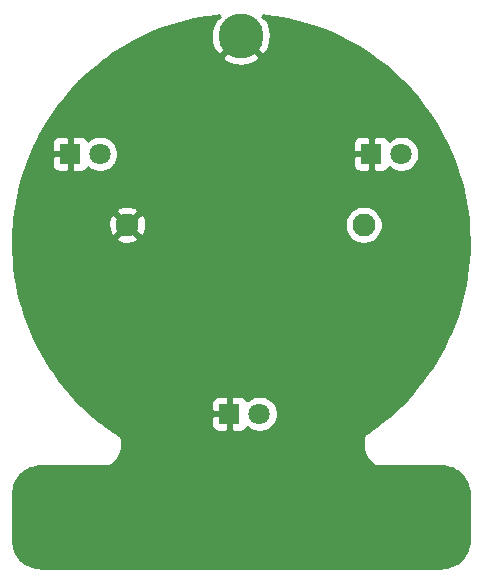
<source format=gbr>
%TF.GenerationSoftware,KiCad,Pcbnew,5.1.6*%
%TF.CreationDate,2020-09-20T17:35:54+02:00*%
%TF.ProjectId,ICanSolder,4943616e-536f-46c6-9465-722e6b696361,rev?*%
%TF.SameCoordinates,Original*%
%TF.FileFunction,Copper,L1,Top*%
%TF.FilePolarity,Positive*%
%FSLAX46Y46*%
G04 Gerber Fmt 4.6, Leading zero omitted, Abs format (unit mm)*
G04 Created by KiCad (PCBNEW 5.1.6) date 2020-09-20 17:35:54*
%MOMM*%
%LPD*%
G01*
G04 APERTURE LIST*
%TA.AperFunction,ComponentPad*%
%ADD10C,3.800000*%
%TD*%
%TA.AperFunction,ComponentPad*%
%ADD11C,1.800000*%
%TD*%
%TA.AperFunction,ComponentPad*%
%ADD12R,1.800000X1.800000*%
%TD*%
%TA.AperFunction,ComponentPad*%
%ADD13C,1.948180*%
%TD*%
%TA.AperFunction,Conductor*%
%ADD14C,0.254000*%
%TD*%
G04 APERTURE END LIST*
D10*
%TO.P,H1,1*%
%TO.N,GND*%
X180962489Y-98000000D03*
%TD*%
D11*
%TO.P,D1,2*%
%TO.N,VCC*%
X169040000Y-108000000D03*
D12*
%TO.P,D1,1*%
%TO.N,GND*%
X166500000Y-108000000D03*
%TD*%
D11*
%TO.P,D3,2*%
%TO.N,VCC*%
X194540000Y-108000000D03*
D12*
%TO.P,D3,1*%
%TO.N,GND*%
X192000000Y-108000000D03*
%TD*%
D11*
%TO.P,D2,2*%
%TO.N,VCC*%
X182540000Y-130000000D03*
D12*
%TO.P,D2,1*%
%TO.N,GND*%
X180000000Y-130000000D03*
%TD*%
D13*
%TO.P,BT1,2*%
%TO.N,GND*%
X171351680Y-114000000D03*
%TO.P,BT1,1*%
%TO.N,VCC*%
X191349100Y-114000000D03*
%TD*%
D14*
%TO.N,GND*%
G36*
X182935944Y-96285054D02*
G01*
X183901653Y-96407837D01*
X184851881Y-96577510D01*
X185784727Y-96792532D01*
X186699616Y-97052435D01*
X187596323Y-97355809D01*
X188472331Y-97700992D01*
X189326644Y-98087702D01*
X190158597Y-98513390D01*
X190966324Y-98977877D01*
X191749165Y-99479902D01*
X192505489Y-100018071D01*
X193234810Y-100590541D01*
X193934835Y-101197315D01*
X194604798Y-101836349D01*
X195243713Y-102506216D01*
X195850092Y-103206427D01*
X196423142Y-103935777D01*
X196961280Y-104691880D01*
X197463065Y-105474831D01*
X197927866Y-106282829D01*
X198353909Y-107114432D01*
X198739910Y-107969127D01*
X199085349Y-108844933D01*
X199388780Y-109740877D01*
X199648497Y-110656139D01*
X199863606Y-111589723D01*
X200033256Y-112539351D01*
X200155918Y-113505132D01*
X200230802Y-114484983D01*
X200255915Y-115481003D01*
X200242924Y-116193933D01*
X200203585Y-116904385D01*
X200138164Y-117609661D01*
X200047952Y-118308454D01*
X199932476Y-119001030D01*
X199792464Y-119686676D01*
X199628193Y-120364303D01*
X199440194Y-121033310D01*
X199228080Y-121694162D01*
X198993550Y-122345912D01*
X198735582Y-122986746D01*
X198455367Y-123618000D01*
X198153692Y-124237699D01*
X197829750Y-124845474D01*
X197484666Y-125441575D01*
X197119144Y-126024210D01*
X196732170Y-126593938D01*
X196325780Y-127150105D01*
X195899826Y-127690718D01*
X195453682Y-128216585D01*
X194989090Y-128726665D01*
X194505425Y-129220806D01*
X194003704Y-129697991D01*
X193484398Y-130158036D01*
X192947128Y-130599502D01*
X192393181Y-131022884D01*
X191821651Y-131427069D01*
X191686893Y-131515332D01*
X191673023Y-131521655D01*
X191630575Y-131552220D01*
X191615073Y-131562373D01*
X191603259Y-131571888D01*
X191563523Y-131600500D01*
X191550825Y-131614120D01*
X191536318Y-131625804D01*
X191504897Y-131663382D01*
X191471509Y-131699193D01*
X191461713Y-131715027D01*
X191449763Y-131729318D01*
X191426280Y-131772298D01*
X191400516Y-131813941D01*
X191393995Y-131831387D01*
X191385066Y-131847730D01*
X191370422Y-131894457D01*
X191365112Y-131908664D01*
X191360357Y-131926574D01*
X191344714Y-131976488D01*
X191343081Y-131991641D01*
X191330552Y-132038828D01*
X191323677Y-132062146D01*
X191321929Y-132071308D01*
X191319533Y-132080331D01*
X191315626Y-132104335D01*
X191297728Y-132198129D01*
X191292176Y-132224395D01*
X191291432Y-132231126D01*
X191290161Y-132237785D01*
X191287736Y-132264547D01*
X191277069Y-132361010D01*
X191273740Y-132385082D01*
X191273373Y-132394433D01*
X191272345Y-132403728D01*
X191272054Y-132428016D01*
X191268291Y-132523874D01*
X191266676Y-132548026D01*
X191266972Y-132557456D01*
X191266602Y-132566888D01*
X191268028Y-132591059D01*
X191270215Y-132660675D01*
X191270049Y-132680714D01*
X191271271Y-132694277D01*
X191271699Y-132707890D01*
X191274289Y-132727764D01*
X191280198Y-132793333D01*
X191281387Y-132814965D01*
X191283215Y-132826812D01*
X191284291Y-132838752D01*
X191288342Y-132860040D01*
X191298040Y-132922894D01*
X191300126Y-132941737D01*
X191303165Y-132956109D01*
X191305407Y-132970637D01*
X191310124Y-132989012D01*
X191323201Y-133050850D01*
X191327014Y-133072493D01*
X191330154Y-133083726D01*
X191332570Y-133095152D01*
X191339208Y-133116119D01*
X191356164Y-133176784D01*
X191360714Y-133196034D01*
X191365206Y-133209134D01*
X191368941Y-133222499D01*
X191376119Y-133240965D01*
X191395993Y-133298933D01*
X191401956Y-133318738D01*
X191406904Y-133330754D01*
X191411114Y-133343034D01*
X191419699Y-133361828D01*
X191442700Y-133417690D01*
X191449350Y-133435956D01*
X191455502Y-133448779D01*
X191460915Y-133461926D01*
X191470040Y-133479084D01*
X191496243Y-133533705D01*
X191504844Y-133553392D01*
X191510767Y-133563980D01*
X191516028Y-133574946D01*
X191527199Y-133593352D01*
X191555956Y-133644756D01*
X191564013Y-133660843D01*
X191572380Y-133674115D01*
X191580031Y-133687791D01*
X191590300Y-133702539D01*
X191620948Y-133751152D01*
X191631149Y-133768811D01*
X191638868Y-133779577D01*
X191645939Y-133790793D01*
X191658467Y-133806912D01*
X191693205Y-133855363D01*
X191704324Y-133872231D01*
X191712791Y-133882681D01*
X191720630Y-133893614D01*
X191733955Y-133908801D01*
X191770795Y-133954267D01*
X191782383Y-133969849D01*
X191791959Y-133980386D01*
X191800928Y-133991456D01*
X191814576Y-134005276D01*
X191853358Y-134047953D01*
X191865769Y-134062810D01*
X191875968Y-134072833D01*
X191885584Y-134083415D01*
X191899943Y-134096395D01*
X191941028Y-134136772D01*
X191954318Y-134150963D01*
X191965008Y-134160339D01*
X191975148Y-134170304D01*
X191990284Y-134182507D01*
X192033387Y-134220311D01*
X192047344Y-134233627D01*
X192058664Y-134242480D01*
X192069468Y-134251956D01*
X192085148Y-134263193D01*
X192135499Y-134302573D01*
X192181438Y-134340274D01*
X192218380Y-134360020D01*
X192253727Y-134382455D01*
X192277730Y-134391743D01*
X192300439Y-134403881D01*
X192340520Y-134416039D01*
X192379568Y-134431149D01*
X192404924Y-134435576D01*
X192429562Y-134443050D01*
X192471243Y-134447155D01*
X192512490Y-134454357D01*
X192571852Y-134452962D01*
X197917547Y-134452962D01*
X198173228Y-134465724D01*
X198404072Y-134500893D01*
X198626113Y-134557629D01*
X198838291Y-134634933D01*
X199040524Y-134732176D01*
X199230862Y-134847396D01*
X199408662Y-134980543D01*
X199572983Y-135129740D01*
X199722374Y-135294255D01*
X199855158Y-135471639D01*
X199970433Y-135662270D01*
X200067880Y-135864927D01*
X200145290Y-136076836D01*
X200201759Y-136298633D01*
X200237004Y-136529779D01*
X200249988Y-136785709D01*
X200249987Y-140695367D01*
X200237004Y-140951056D01*
X200201746Y-141182487D01*
X200145290Y-141404234D01*
X200067880Y-141616143D01*
X199970506Y-141818648D01*
X199855157Y-142009198D01*
X199722372Y-142186788D01*
X199572979Y-142351100D01*
X199408664Y-142500497D01*
X199231078Y-142633279D01*
X199040524Y-142748630D01*
X198838026Y-142846000D01*
X198626109Y-142923412D01*
X198404356Y-142979869D01*
X198172933Y-143015126D01*
X197917250Y-143028108D01*
X164007775Y-143028108D01*
X163752073Y-143015126D01*
X163520683Y-142979871D01*
X163298968Y-142923418D01*
X163087047Y-142845998D01*
X162884392Y-142748571D01*
X162693866Y-142633311D01*
X162516470Y-142500534D01*
X162351978Y-142351089D01*
X162202712Y-142186806D01*
X162069704Y-142009025D01*
X161954391Y-141818671D01*
X161857187Y-141616307D01*
X161779718Y-141404179D01*
X161723200Y-141182428D01*
X161687993Y-140951204D01*
X161675097Y-140695490D01*
X161675097Y-136785565D01*
X161687994Y-136529631D01*
X161723187Y-136298692D01*
X161779718Y-136076891D01*
X161857187Y-135864763D01*
X161954462Y-135662251D01*
X162069702Y-135471813D01*
X162202714Y-135294233D01*
X162351967Y-135129758D01*
X162516469Y-134980508D01*
X162694079Y-134847366D01*
X162884392Y-134732235D01*
X163086789Y-134634933D01*
X163298965Y-134557622D01*
X163520971Y-134500891D01*
X163751784Y-134465724D01*
X164007495Y-134452962D01*
X169610195Y-134452962D01*
X169669732Y-134454328D01*
X169710786Y-134447136D01*
X169752273Y-134443050D01*
X169777095Y-134435520D01*
X169802642Y-134431045D01*
X169841504Y-134415982D01*
X169881396Y-134403881D01*
X169904274Y-134391653D01*
X169928455Y-134382280D01*
X169963630Y-134359926D01*
X170000397Y-134340274D01*
X170046469Y-134302463D01*
X170096381Y-134263381D01*
X170111525Y-134252561D01*
X170122859Y-134242649D01*
X170134704Y-134233374D01*
X170148159Y-134220523D01*
X170191339Y-134182759D01*
X170206901Y-134170207D01*
X170216638Y-134160633D01*
X170226923Y-134151639D01*
X170240615Y-134137060D01*
X170282245Y-134096131D01*
X170296773Y-134082974D01*
X170306218Y-134072561D01*
X170316244Y-134062704D01*
X170328805Y-134047660D01*
X170367679Y-134004804D01*
X170381322Y-133990962D01*
X170390265Y-133979904D01*
X170399823Y-133969366D01*
X170411410Y-133953755D01*
X170447903Y-133908628D01*
X170460960Y-133893756D01*
X170469050Y-133882479D01*
X170477769Y-133871697D01*
X170488639Y-133855173D01*
X170522803Y-133807548D01*
X170534976Y-133791952D01*
X170542396Y-133780236D01*
X170550483Y-133768963D01*
X170560388Y-133751828D01*
X170591667Y-133702440D01*
X170602781Y-133686396D01*
X170609664Y-133674023D01*
X170617231Y-133662075D01*
X170625998Y-133644660D01*
X170654624Y-133593202D01*
X170665047Y-133576102D01*
X170670962Y-133563832D01*
X170677590Y-133551918D01*
X170685567Y-133533538D01*
X170711702Y-133479326D01*
X170721300Y-133461231D01*
X170726305Y-133449038D01*
X170732027Y-133437168D01*
X170739071Y-133417935D01*
X170762273Y-133361404D01*
X170770739Y-133342856D01*
X170775044Y-133330289D01*
X170780082Y-133318014D01*
X170785932Y-133298503D01*
X170805739Y-133240682D01*
X170812940Y-133222124D01*
X170816638Y-133208865D01*
X170821096Y-133195850D01*
X170825668Y-133176486D01*
X170842344Y-133116690D01*
X170848729Y-133096680D01*
X170851378Y-133084294D01*
X170854777Y-133072107D01*
X170858407Y-133051435D01*
X170871719Y-132989196D01*
X170876745Y-132969474D01*
X170878753Y-132956311D01*
X170881536Y-132943298D01*
X170883820Y-132923085D01*
X170893481Y-132859746D01*
X170897383Y-132839337D01*
X170898550Y-132826512D01*
X170900491Y-132813785D01*
X170901596Y-132793033D01*
X170907551Y-132727579D01*
X170910214Y-132706916D01*
X170910599Y-132694075D01*
X170911761Y-132681305D01*
X170911606Y-132660497D01*
X170913787Y-132587807D01*
X170915133Y-132561356D01*
X170914794Y-132554204D01*
X170915009Y-132547049D01*
X170913205Y-132520639D01*
X170907907Y-132408727D01*
X170907042Y-132380725D01*
X170906317Y-132375140D01*
X170906051Y-132369519D01*
X170901994Y-132341829D01*
X170887835Y-132232738D01*
X170881345Y-132172890D01*
X170869048Y-132133744D01*
X170859802Y-132093760D01*
X170848876Y-132069527D01*
X170840907Y-132044159D01*
X170821205Y-132008157D01*
X170804340Y-131970752D01*
X170788894Y-131949113D01*
X170776131Y-131925791D01*
X170749789Y-131894330D01*
X170725946Y-131860928D01*
X170706574Y-131842718D01*
X170689507Y-131822334D01*
X170657524Y-131796609D01*
X170627632Y-131768509D01*
X170576564Y-131736622D01*
X170103110Y-131426969D01*
X169531940Y-131022914D01*
X169371121Y-130900000D01*
X178461928Y-130900000D01*
X178474188Y-131024482D01*
X178510498Y-131144180D01*
X178569463Y-131254494D01*
X178648815Y-131351185D01*
X178745506Y-131430537D01*
X178855820Y-131489502D01*
X178975518Y-131525812D01*
X179100000Y-131538072D01*
X179714250Y-131535000D01*
X179873000Y-131376250D01*
X179873000Y-130127000D01*
X178623750Y-130127000D01*
X178465000Y-130285750D01*
X178461928Y-130900000D01*
X169371121Y-130900000D01*
X168977948Y-130599498D01*
X168440506Y-130157996D01*
X167921221Y-129698015D01*
X167419557Y-129220862D01*
X167301283Y-129100000D01*
X178461928Y-129100000D01*
X178465000Y-129714250D01*
X178623750Y-129873000D01*
X179873000Y-129873000D01*
X179873000Y-128623750D01*
X180127000Y-128623750D01*
X180127000Y-129873000D01*
X180147000Y-129873000D01*
X180147000Y-130127000D01*
X180127000Y-130127000D01*
X180127000Y-131376250D01*
X180285750Y-131535000D01*
X180900000Y-131538072D01*
X181024482Y-131525812D01*
X181144180Y-131489502D01*
X181254494Y-131430537D01*
X181351185Y-131351185D01*
X181430537Y-131254494D01*
X181489502Y-131144180D01*
X181495056Y-131125873D01*
X181561495Y-131192312D01*
X181812905Y-131360299D01*
X182092257Y-131476011D01*
X182388816Y-131535000D01*
X182691184Y-131535000D01*
X182987743Y-131476011D01*
X183267095Y-131360299D01*
X183518505Y-131192312D01*
X183732312Y-130978505D01*
X183900299Y-130727095D01*
X184016011Y-130447743D01*
X184075000Y-130151184D01*
X184075000Y-129848816D01*
X184016011Y-129552257D01*
X183900299Y-129272905D01*
X183732312Y-129021495D01*
X183518505Y-128807688D01*
X183267095Y-128639701D01*
X182987743Y-128523989D01*
X182691184Y-128465000D01*
X182388816Y-128465000D01*
X182092257Y-128523989D01*
X181812905Y-128639701D01*
X181561495Y-128807688D01*
X181495056Y-128874127D01*
X181489502Y-128855820D01*
X181430537Y-128745506D01*
X181351185Y-128648815D01*
X181254494Y-128569463D01*
X181144180Y-128510498D01*
X181024482Y-128474188D01*
X180900000Y-128461928D01*
X180285750Y-128465000D01*
X180127000Y-128623750D01*
X179873000Y-128623750D01*
X179714250Y-128465000D01*
X179100000Y-128461928D01*
X178975518Y-128474188D01*
X178855820Y-128510498D01*
X178745506Y-128569463D01*
X178648815Y-128648815D01*
X178569463Y-128745506D01*
X178510498Y-128855820D01*
X178474188Y-128975518D01*
X178461928Y-129100000D01*
X167301283Y-129100000D01*
X166935961Y-128726688D01*
X166471370Y-128216695D01*
X166025596Y-127690722D01*
X165599052Y-127149976D01*
X165192845Y-126593990D01*
X164805905Y-126024202D01*
X164440230Y-125441566D01*
X164095300Y-124845553D01*
X163771419Y-124237706D01*
X163469540Y-123617955D01*
X163189456Y-122986828D01*
X162931548Y-122345956D01*
X162697007Y-121694171D01*
X162484854Y-121033282D01*
X162296798Y-120364351D01*
X162132604Y-119686622D01*
X161992395Y-119001006D01*
X161877132Y-118308479D01*
X161786784Y-117609619D01*
X161721392Y-116904387D01*
X161681976Y-116193946D01*
X161669062Y-115481024D01*
X161678227Y-115116935D01*
X170414350Y-115116935D01*
X170506985Y-115378688D01*
X170792185Y-115516989D01*
X171098885Y-115596992D01*
X171415300Y-115615624D01*
X171729270Y-115572169D01*
X172028730Y-115468297D01*
X172196375Y-115378688D01*
X172289010Y-115116935D01*
X171351680Y-114179605D01*
X170414350Y-115116935D01*
X161678227Y-115116935D01*
X161694074Y-114487436D01*
X161726307Y-114063620D01*
X169736056Y-114063620D01*
X169779511Y-114377590D01*
X169883383Y-114677050D01*
X169972992Y-114844695D01*
X170234745Y-114937330D01*
X171172075Y-114000000D01*
X171531285Y-114000000D01*
X172468615Y-114937330D01*
X172730368Y-114844695D01*
X172868669Y-114559495D01*
X172948672Y-114252795D01*
X172967304Y-113936380D01*
X172954175Y-113841518D01*
X189740010Y-113841518D01*
X189740010Y-114158482D01*
X189801846Y-114469354D01*
X189923143Y-114762190D01*
X190099238Y-115025735D01*
X190323365Y-115249862D01*
X190586910Y-115425957D01*
X190879746Y-115547254D01*
X191190618Y-115609090D01*
X191507582Y-115609090D01*
X191818454Y-115547254D01*
X192111290Y-115425957D01*
X192374835Y-115249862D01*
X192598962Y-115025735D01*
X192775057Y-114762190D01*
X192896354Y-114469354D01*
X192958190Y-114158482D01*
X192958190Y-113841518D01*
X192896354Y-113530646D01*
X192775057Y-113237810D01*
X192598962Y-112974265D01*
X192374835Y-112750138D01*
X192111290Y-112574043D01*
X191818454Y-112452746D01*
X191507582Y-112390910D01*
X191190618Y-112390910D01*
X190879746Y-112452746D01*
X190586910Y-112574043D01*
X190323365Y-112750138D01*
X190099238Y-112974265D01*
X189923143Y-113237810D01*
X189801846Y-113530646D01*
X189740010Y-113841518D01*
X172954175Y-113841518D01*
X172923849Y-113622410D01*
X172819977Y-113322950D01*
X172730368Y-113155305D01*
X172468615Y-113062670D01*
X171531285Y-114000000D01*
X171172075Y-114000000D01*
X170234745Y-113062670D01*
X169972992Y-113155305D01*
X169834691Y-113440505D01*
X169754688Y-113747205D01*
X169736056Y-114063620D01*
X161726307Y-114063620D01*
X161768443Y-113509606D01*
X161847952Y-112883065D01*
X170414350Y-112883065D01*
X171351680Y-113820395D01*
X172289010Y-112883065D01*
X172196375Y-112621312D01*
X171911175Y-112483011D01*
X171604475Y-112403008D01*
X171288060Y-112384376D01*
X170974090Y-112427831D01*
X170674630Y-112531703D01*
X170506985Y-112621312D01*
X170414350Y-112883065D01*
X161847952Y-112883065D01*
X161890754Y-112545785D01*
X162059401Y-111597682D01*
X162273920Y-110666328D01*
X162532848Y-109752802D01*
X162820614Y-108900000D01*
X164961928Y-108900000D01*
X164974188Y-109024482D01*
X165010498Y-109144180D01*
X165069463Y-109254494D01*
X165148815Y-109351185D01*
X165245506Y-109430537D01*
X165355820Y-109489502D01*
X165475518Y-109525812D01*
X165600000Y-109538072D01*
X166214250Y-109535000D01*
X166373000Y-109376250D01*
X166373000Y-108127000D01*
X165123750Y-108127000D01*
X164965000Y-108285750D01*
X164961928Y-108900000D01*
X162820614Y-108900000D01*
X162834690Y-108858287D01*
X163178928Y-107983694D01*
X163563626Y-107130485D01*
X163579207Y-107100000D01*
X164961928Y-107100000D01*
X164965000Y-107714250D01*
X165123750Y-107873000D01*
X166373000Y-107873000D01*
X166373000Y-106623750D01*
X166627000Y-106623750D01*
X166627000Y-107873000D01*
X166647000Y-107873000D01*
X166647000Y-108127000D01*
X166627000Y-108127000D01*
X166627000Y-109376250D01*
X166785750Y-109535000D01*
X167400000Y-109538072D01*
X167524482Y-109525812D01*
X167644180Y-109489502D01*
X167754494Y-109430537D01*
X167851185Y-109351185D01*
X167930537Y-109254494D01*
X167989502Y-109144180D01*
X167995056Y-109125873D01*
X168061495Y-109192312D01*
X168312905Y-109360299D01*
X168592257Y-109476011D01*
X168888816Y-109535000D01*
X169191184Y-109535000D01*
X169487743Y-109476011D01*
X169767095Y-109360299D01*
X170018505Y-109192312D01*
X170232312Y-108978505D01*
X170284767Y-108900000D01*
X190461928Y-108900000D01*
X190474188Y-109024482D01*
X190510498Y-109144180D01*
X190569463Y-109254494D01*
X190648815Y-109351185D01*
X190745506Y-109430537D01*
X190855820Y-109489502D01*
X190975518Y-109525812D01*
X191100000Y-109538072D01*
X191714250Y-109535000D01*
X191873000Y-109376250D01*
X191873000Y-108127000D01*
X190623750Y-108127000D01*
X190465000Y-108285750D01*
X190461928Y-108900000D01*
X170284767Y-108900000D01*
X170400299Y-108727095D01*
X170516011Y-108447743D01*
X170575000Y-108151184D01*
X170575000Y-107848816D01*
X170516011Y-107552257D01*
X170400299Y-107272905D01*
X170284768Y-107100000D01*
X190461928Y-107100000D01*
X190465000Y-107714250D01*
X190623750Y-107873000D01*
X191873000Y-107873000D01*
X191873000Y-106623750D01*
X192127000Y-106623750D01*
X192127000Y-107873000D01*
X192147000Y-107873000D01*
X192147000Y-108127000D01*
X192127000Y-108127000D01*
X192127000Y-109376250D01*
X192285750Y-109535000D01*
X192900000Y-109538072D01*
X193024482Y-109525812D01*
X193144180Y-109489502D01*
X193254494Y-109430537D01*
X193351185Y-109351185D01*
X193430537Y-109254494D01*
X193489502Y-109144180D01*
X193495056Y-109125873D01*
X193561495Y-109192312D01*
X193812905Y-109360299D01*
X194092257Y-109476011D01*
X194388816Y-109535000D01*
X194691184Y-109535000D01*
X194987743Y-109476011D01*
X195267095Y-109360299D01*
X195518505Y-109192312D01*
X195732312Y-108978505D01*
X195900299Y-108727095D01*
X196016011Y-108447743D01*
X196075000Y-108151184D01*
X196075000Y-107848816D01*
X196016011Y-107552257D01*
X195900299Y-107272905D01*
X195732312Y-107021495D01*
X195518505Y-106807688D01*
X195267095Y-106639701D01*
X194987743Y-106523989D01*
X194691184Y-106465000D01*
X194388816Y-106465000D01*
X194092257Y-106523989D01*
X193812905Y-106639701D01*
X193561495Y-106807688D01*
X193495056Y-106874127D01*
X193489502Y-106855820D01*
X193430537Y-106745506D01*
X193351185Y-106648815D01*
X193254494Y-106569463D01*
X193144180Y-106510498D01*
X193024482Y-106474188D01*
X192900000Y-106461928D01*
X192285750Y-106465000D01*
X192127000Y-106623750D01*
X191873000Y-106623750D01*
X191714250Y-106465000D01*
X191100000Y-106461928D01*
X190975518Y-106474188D01*
X190855820Y-106510498D01*
X190745506Y-106569463D01*
X190648815Y-106648815D01*
X190569463Y-106745506D01*
X190510498Y-106855820D01*
X190474188Y-106975518D01*
X190461928Y-107100000D01*
X170284768Y-107100000D01*
X170232312Y-107021495D01*
X170018505Y-106807688D01*
X169767095Y-106639701D01*
X169487743Y-106523989D01*
X169191184Y-106465000D01*
X168888816Y-106465000D01*
X168592257Y-106523989D01*
X168312905Y-106639701D01*
X168061495Y-106807688D01*
X167995056Y-106874127D01*
X167989502Y-106855820D01*
X167930537Y-106745506D01*
X167851185Y-106648815D01*
X167754494Y-106569463D01*
X167644180Y-106510498D01*
X167524482Y-106474188D01*
X167400000Y-106461928D01*
X166785750Y-106465000D01*
X166627000Y-106623750D01*
X166373000Y-106623750D01*
X166214250Y-106465000D01*
X165600000Y-106461928D01*
X165475518Y-106474188D01*
X165355820Y-106510498D01*
X165245506Y-106569463D01*
X165148815Y-106648815D01*
X165069463Y-106745506D01*
X165010498Y-106855820D01*
X164974188Y-106975518D01*
X164961928Y-107100000D01*
X163579207Y-107100000D01*
X163988283Y-106299642D01*
X164450823Y-105492796D01*
X164950894Y-104711275D01*
X165487002Y-103955010D01*
X166057420Y-103226888D01*
X166661822Y-102527174D01*
X167298683Y-101857375D01*
X167966636Y-101218869D01*
X168664461Y-100611899D01*
X169391101Y-100038978D01*
X169758969Y-99776349D01*
X179365745Y-99776349D01*
X179569851Y-100132867D01*
X180012712Y-100363575D01*
X180492072Y-100503452D01*
X180989510Y-100547123D01*
X181485911Y-100492909D01*
X181962196Y-100342894D01*
X182355127Y-100132867D01*
X182559233Y-99776349D01*
X180962489Y-98179605D01*
X179365745Y-99776349D01*
X169758969Y-99776349D01*
X170144744Y-99500936D01*
X170925345Y-98998338D01*
X171730642Y-98532820D01*
X172559972Y-98106181D01*
X173411755Y-97718463D01*
X174285269Y-97371749D01*
X175178874Y-97066900D01*
X176091747Y-96805008D01*
X177022277Y-96587968D01*
X177969927Y-96415801D01*
X178933095Y-96290541D01*
X179082241Y-96278740D01*
X179071931Y-96289050D01*
X179186138Y-96403257D01*
X178829622Y-96607362D01*
X178598914Y-97050223D01*
X178459037Y-97529583D01*
X178415366Y-98027021D01*
X178469580Y-98523422D01*
X178619595Y-98999707D01*
X178829622Y-99392638D01*
X179186140Y-99596744D01*
X180782884Y-98000000D01*
X180768742Y-97985858D01*
X180948347Y-97806253D01*
X180962489Y-97820395D01*
X180976632Y-97806253D01*
X181156237Y-97985858D01*
X181142094Y-98000000D01*
X182738838Y-99596744D01*
X183095356Y-99392638D01*
X183326064Y-98949777D01*
X183465941Y-98470417D01*
X183509612Y-97972979D01*
X183455398Y-97476578D01*
X183305383Y-97000293D01*
X183095356Y-96607362D01*
X182738840Y-96403257D01*
X182853047Y-96289050D01*
X182841866Y-96277869D01*
X182935944Y-96285054D01*
G37*
X182935944Y-96285054D02*
X183901653Y-96407837D01*
X184851881Y-96577510D01*
X185784727Y-96792532D01*
X186699616Y-97052435D01*
X187596323Y-97355809D01*
X188472331Y-97700992D01*
X189326644Y-98087702D01*
X190158597Y-98513390D01*
X190966324Y-98977877D01*
X191749165Y-99479902D01*
X192505489Y-100018071D01*
X193234810Y-100590541D01*
X193934835Y-101197315D01*
X194604798Y-101836349D01*
X195243713Y-102506216D01*
X195850092Y-103206427D01*
X196423142Y-103935777D01*
X196961280Y-104691880D01*
X197463065Y-105474831D01*
X197927866Y-106282829D01*
X198353909Y-107114432D01*
X198739910Y-107969127D01*
X199085349Y-108844933D01*
X199388780Y-109740877D01*
X199648497Y-110656139D01*
X199863606Y-111589723D01*
X200033256Y-112539351D01*
X200155918Y-113505132D01*
X200230802Y-114484983D01*
X200255915Y-115481003D01*
X200242924Y-116193933D01*
X200203585Y-116904385D01*
X200138164Y-117609661D01*
X200047952Y-118308454D01*
X199932476Y-119001030D01*
X199792464Y-119686676D01*
X199628193Y-120364303D01*
X199440194Y-121033310D01*
X199228080Y-121694162D01*
X198993550Y-122345912D01*
X198735582Y-122986746D01*
X198455367Y-123618000D01*
X198153692Y-124237699D01*
X197829750Y-124845474D01*
X197484666Y-125441575D01*
X197119144Y-126024210D01*
X196732170Y-126593938D01*
X196325780Y-127150105D01*
X195899826Y-127690718D01*
X195453682Y-128216585D01*
X194989090Y-128726665D01*
X194505425Y-129220806D01*
X194003704Y-129697991D01*
X193484398Y-130158036D01*
X192947128Y-130599502D01*
X192393181Y-131022884D01*
X191821651Y-131427069D01*
X191686893Y-131515332D01*
X191673023Y-131521655D01*
X191630575Y-131552220D01*
X191615073Y-131562373D01*
X191603259Y-131571888D01*
X191563523Y-131600500D01*
X191550825Y-131614120D01*
X191536318Y-131625804D01*
X191504897Y-131663382D01*
X191471509Y-131699193D01*
X191461713Y-131715027D01*
X191449763Y-131729318D01*
X191426280Y-131772298D01*
X191400516Y-131813941D01*
X191393995Y-131831387D01*
X191385066Y-131847730D01*
X191370422Y-131894457D01*
X191365112Y-131908664D01*
X191360357Y-131926574D01*
X191344714Y-131976488D01*
X191343081Y-131991641D01*
X191330552Y-132038828D01*
X191323677Y-132062146D01*
X191321929Y-132071308D01*
X191319533Y-132080331D01*
X191315626Y-132104335D01*
X191297728Y-132198129D01*
X191292176Y-132224395D01*
X191291432Y-132231126D01*
X191290161Y-132237785D01*
X191287736Y-132264547D01*
X191277069Y-132361010D01*
X191273740Y-132385082D01*
X191273373Y-132394433D01*
X191272345Y-132403728D01*
X191272054Y-132428016D01*
X191268291Y-132523874D01*
X191266676Y-132548026D01*
X191266972Y-132557456D01*
X191266602Y-132566888D01*
X191268028Y-132591059D01*
X191270215Y-132660675D01*
X191270049Y-132680714D01*
X191271271Y-132694277D01*
X191271699Y-132707890D01*
X191274289Y-132727764D01*
X191280198Y-132793333D01*
X191281387Y-132814965D01*
X191283215Y-132826812D01*
X191284291Y-132838752D01*
X191288342Y-132860040D01*
X191298040Y-132922894D01*
X191300126Y-132941737D01*
X191303165Y-132956109D01*
X191305407Y-132970637D01*
X191310124Y-132989012D01*
X191323201Y-133050850D01*
X191327014Y-133072493D01*
X191330154Y-133083726D01*
X191332570Y-133095152D01*
X191339208Y-133116119D01*
X191356164Y-133176784D01*
X191360714Y-133196034D01*
X191365206Y-133209134D01*
X191368941Y-133222499D01*
X191376119Y-133240965D01*
X191395993Y-133298933D01*
X191401956Y-133318738D01*
X191406904Y-133330754D01*
X191411114Y-133343034D01*
X191419699Y-133361828D01*
X191442700Y-133417690D01*
X191449350Y-133435956D01*
X191455502Y-133448779D01*
X191460915Y-133461926D01*
X191470040Y-133479084D01*
X191496243Y-133533705D01*
X191504844Y-133553392D01*
X191510767Y-133563980D01*
X191516028Y-133574946D01*
X191527199Y-133593352D01*
X191555956Y-133644756D01*
X191564013Y-133660843D01*
X191572380Y-133674115D01*
X191580031Y-133687791D01*
X191590300Y-133702539D01*
X191620948Y-133751152D01*
X191631149Y-133768811D01*
X191638868Y-133779577D01*
X191645939Y-133790793D01*
X191658467Y-133806912D01*
X191693205Y-133855363D01*
X191704324Y-133872231D01*
X191712791Y-133882681D01*
X191720630Y-133893614D01*
X191733955Y-133908801D01*
X191770795Y-133954267D01*
X191782383Y-133969849D01*
X191791959Y-133980386D01*
X191800928Y-133991456D01*
X191814576Y-134005276D01*
X191853358Y-134047953D01*
X191865769Y-134062810D01*
X191875968Y-134072833D01*
X191885584Y-134083415D01*
X191899943Y-134096395D01*
X191941028Y-134136772D01*
X191954318Y-134150963D01*
X191965008Y-134160339D01*
X191975148Y-134170304D01*
X191990284Y-134182507D01*
X192033387Y-134220311D01*
X192047344Y-134233627D01*
X192058664Y-134242480D01*
X192069468Y-134251956D01*
X192085148Y-134263193D01*
X192135499Y-134302573D01*
X192181438Y-134340274D01*
X192218380Y-134360020D01*
X192253727Y-134382455D01*
X192277730Y-134391743D01*
X192300439Y-134403881D01*
X192340520Y-134416039D01*
X192379568Y-134431149D01*
X192404924Y-134435576D01*
X192429562Y-134443050D01*
X192471243Y-134447155D01*
X192512490Y-134454357D01*
X192571852Y-134452962D01*
X197917547Y-134452962D01*
X198173228Y-134465724D01*
X198404072Y-134500893D01*
X198626113Y-134557629D01*
X198838291Y-134634933D01*
X199040524Y-134732176D01*
X199230862Y-134847396D01*
X199408662Y-134980543D01*
X199572983Y-135129740D01*
X199722374Y-135294255D01*
X199855158Y-135471639D01*
X199970433Y-135662270D01*
X200067880Y-135864927D01*
X200145290Y-136076836D01*
X200201759Y-136298633D01*
X200237004Y-136529779D01*
X200249988Y-136785709D01*
X200249987Y-140695367D01*
X200237004Y-140951056D01*
X200201746Y-141182487D01*
X200145290Y-141404234D01*
X200067880Y-141616143D01*
X199970506Y-141818648D01*
X199855157Y-142009198D01*
X199722372Y-142186788D01*
X199572979Y-142351100D01*
X199408664Y-142500497D01*
X199231078Y-142633279D01*
X199040524Y-142748630D01*
X198838026Y-142846000D01*
X198626109Y-142923412D01*
X198404356Y-142979869D01*
X198172933Y-143015126D01*
X197917250Y-143028108D01*
X164007775Y-143028108D01*
X163752073Y-143015126D01*
X163520683Y-142979871D01*
X163298968Y-142923418D01*
X163087047Y-142845998D01*
X162884392Y-142748571D01*
X162693866Y-142633311D01*
X162516470Y-142500534D01*
X162351978Y-142351089D01*
X162202712Y-142186806D01*
X162069704Y-142009025D01*
X161954391Y-141818671D01*
X161857187Y-141616307D01*
X161779718Y-141404179D01*
X161723200Y-141182428D01*
X161687993Y-140951204D01*
X161675097Y-140695490D01*
X161675097Y-136785565D01*
X161687994Y-136529631D01*
X161723187Y-136298692D01*
X161779718Y-136076891D01*
X161857187Y-135864763D01*
X161954462Y-135662251D01*
X162069702Y-135471813D01*
X162202714Y-135294233D01*
X162351967Y-135129758D01*
X162516469Y-134980508D01*
X162694079Y-134847366D01*
X162884392Y-134732235D01*
X163086789Y-134634933D01*
X163298965Y-134557622D01*
X163520971Y-134500891D01*
X163751784Y-134465724D01*
X164007495Y-134452962D01*
X169610195Y-134452962D01*
X169669732Y-134454328D01*
X169710786Y-134447136D01*
X169752273Y-134443050D01*
X169777095Y-134435520D01*
X169802642Y-134431045D01*
X169841504Y-134415982D01*
X169881396Y-134403881D01*
X169904274Y-134391653D01*
X169928455Y-134382280D01*
X169963630Y-134359926D01*
X170000397Y-134340274D01*
X170046469Y-134302463D01*
X170096381Y-134263381D01*
X170111525Y-134252561D01*
X170122859Y-134242649D01*
X170134704Y-134233374D01*
X170148159Y-134220523D01*
X170191339Y-134182759D01*
X170206901Y-134170207D01*
X170216638Y-134160633D01*
X170226923Y-134151639D01*
X170240615Y-134137060D01*
X170282245Y-134096131D01*
X170296773Y-134082974D01*
X170306218Y-134072561D01*
X170316244Y-134062704D01*
X170328805Y-134047660D01*
X170367679Y-134004804D01*
X170381322Y-133990962D01*
X170390265Y-133979904D01*
X170399823Y-133969366D01*
X170411410Y-133953755D01*
X170447903Y-133908628D01*
X170460960Y-133893756D01*
X170469050Y-133882479D01*
X170477769Y-133871697D01*
X170488639Y-133855173D01*
X170522803Y-133807548D01*
X170534976Y-133791952D01*
X170542396Y-133780236D01*
X170550483Y-133768963D01*
X170560388Y-133751828D01*
X170591667Y-133702440D01*
X170602781Y-133686396D01*
X170609664Y-133674023D01*
X170617231Y-133662075D01*
X170625998Y-133644660D01*
X170654624Y-133593202D01*
X170665047Y-133576102D01*
X170670962Y-133563832D01*
X170677590Y-133551918D01*
X170685567Y-133533538D01*
X170711702Y-133479326D01*
X170721300Y-133461231D01*
X170726305Y-133449038D01*
X170732027Y-133437168D01*
X170739071Y-133417935D01*
X170762273Y-133361404D01*
X170770739Y-133342856D01*
X170775044Y-133330289D01*
X170780082Y-133318014D01*
X170785932Y-133298503D01*
X170805739Y-133240682D01*
X170812940Y-133222124D01*
X170816638Y-133208865D01*
X170821096Y-133195850D01*
X170825668Y-133176486D01*
X170842344Y-133116690D01*
X170848729Y-133096680D01*
X170851378Y-133084294D01*
X170854777Y-133072107D01*
X170858407Y-133051435D01*
X170871719Y-132989196D01*
X170876745Y-132969474D01*
X170878753Y-132956311D01*
X170881536Y-132943298D01*
X170883820Y-132923085D01*
X170893481Y-132859746D01*
X170897383Y-132839337D01*
X170898550Y-132826512D01*
X170900491Y-132813785D01*
X170901596Y-132793033D01*
X170907551Y-132727579D01*
X170910214Y-132706916D01*
X170910599Y-132694075D01*
X170911761Y-132681305D01*
X170911606Y-132660497D01*
X170913787Y-132587807D01*
X170915133Y-132561356D01*
X170914794Y-132554204D01*
X170915009Y-132547049D01*
X170913205Y-132520639D01*
X170907907Y-132408727D01*
X170907042Y-132380725D01*
X170906317Y-132375140D01*
X170906051Y-132369519D01*
X170901994Y-132341829D01*
X170887835Y-132232738D01*
X170881345Y-132172890D01*
X170869048Y-132133744D01*
X170859802Y-132093760D01*
X170848876Y-132069527D01*
X170840907Y-132044159D01*
X170821205Y-132008157D01*
X170804340Y-131970752D01*
X170788894Y-131949113D01*
X170776131Y-131925791D01*
X170749789Y-131894330D01*
X170725946Y-131860928D01*
X170706574Y-131842718D01*
X170689507Y-131822334D01*
X170657524Y-131796609D01*
X170627632Y-131768509D01*
X170576564Y-131736622D01*
X170103110Y-131426969D01*
X169531940Y-131022914D01*
X169371121Y-130900000D01*
X178461928Y-130900000D01*
X178474188Y-131024482D01*
X178510498Y-131144180D01*
X178569463Y-131254494D01*
X178648815Y-131351185D01*
X178745506Y-131430537D01*
X178855820Y-131489502D01*
X178975518Y-131525812D01*
X179100000Y-131538072D01*
X179714250Y-131535000D01*
X179873000Y-131376250D01*
X179873000Y-130127000D01*
X178623750Y-130127000D01*
X178465000Y-130285750D01*
X178461928Y-130900000D01*
X169371121Y-130900000D01*
X168977948Y-130599498D01*
X168440506Y-130157996D01*
X167921221Y-129698015D01*
X167419557Y-129220862D01*
X167301283Y-129100000D01*
X178461928Y-129100000D01*
X178465000Y-129714250D01*
X178623750Y-129873000D01*
X179873000Y-129873000D01*
X179873000Y-128623750D01*
X180127000Y-128623750D01*
X180127000Y-129873000D01*
X180147000Y-129873000D01*
X180147000Y-130127000D01*
X180127000Y-130127000D01*
X180127000Y-131376250D01*
X180285750Y-131535000D01*
X180900000Y-131538072D01*
X181024482Y-131525812D01*
X181144180Y-131489502D01*
X181254494Y-131430537D01*
X181351185Y-131351185D01*
X181430537Y-131254494D01*
X181489502Y-131144180D01*
X181495056Y-131125873D01*
X181561495Y-131192312D01*
X181812905Y-131360299D01*
X182092257Y-131476011D01*
X182388816Y-131535000D01*
X182691184Y-131535000D01*
X182987743Y-131476011D01*
X183267095Y-131360299D01*
X183518505Y-131192312D01*
X183732312Y-130978505D01*
X183900299Y-130727095D01*
X184016011Y-130447743D01*
X184075000Y-130151184D01*
X184075000Y-129848816D01*
X184016011Y-129552257D01*
X183900299Y-129272905D01*
X183732312Y-129021495D01*
X183518505Y-128807688D01*
X183267095Y-128639701D01*
X182987743Y-128523989D01*
X182691184Y-128465000D01*
X182388816Y-128465000D01*
X182092257Y-128523989D01*
X181812905Y-128639701D01*
X181561495Y-128807688D01*
X181495056Y-128874127D01*
X181489502Y-128855820D01*
X181430537Y-128745506D01*
X181351185Y-128648815D01*
X181254494Y-128569463D01*
X181144180Y-128510498D01*
X181024482Y-128474188D01*
X180900000Y-128461928D01*
X180285750Y-128465000D01*
X180127000Y-128623750D01*
X179873000Y-128623750D01*
X179714250Y-128465000D01*
X179100000Y-128461928D01*
X178975518Y-128474188D01*
X178855820Y-128510498D01*
X178745506Y-128569463D01*
X178648815Y-128648815D01*
X178569463Y-128745506D01*
X178510498Y-128855820D01*
X178474188Y-128975518D01*
X178461928Y-129100000D01*
X167301283Y-129100000D01*
X166935961Y-128726688D01*
X166471370Y-128216695D01*
X166025596Y-127690722D01*
X165599052Y-127149976D01*
X165192845Y-126593990D01*
X164805905Y-126024202D01*
X164440230Y-125441566D01*
X164095300Y-124845553D01*
X163771419Y-124237706D01*
X163469540Y-123617955D01*
X163189456Y-122986828D01*
X162931548Y-122345956D01*
X162697007Y-121694171D01*
X162484854Y-121033282D01*
X162296798Y-120364351D01*
X162132604Y-119686622D01*
X161992395Y-119001006D01*
X161877132Y-118308479D01*
X161786784Y-117609619D01*
X161721392Y-116904387D01*
X161681976Y-116193946D01*
X161669062Y-115481024D01*
X161678227Y-115116935D01*
X170414350Y-115116935D01*
X170506985Y-115378688D01*
X170792185Y-115516989D01*
X171098885Y-115596992D01*
X171415300Y-115615624D01*
X171729270Y-115572169D01*
X172028730Y-115468297D01*
X172196375Y-115378688D01*
X172289010Y-115116935D01*
X171351680Y-114179605D01*
X170414350Y-115116935D01*
X161678227Y-115116935D01*
X161694074Y-114487436D01*
X161726307Y-114063620D01*
X169736056Y-114063620D01*
X169779511Y-114377590D01*
X169883383Y-114677050D01*
X169972992Y-114844695D01*
X170234745Y-114937330D01*
X171172075Y-114000000D01*
X171531285Y-114000000D01*
X172468615Y-114937330D01*
X172730368Y-114844695D01*
X172868669Y-114559495D01*
X172948672Y-114252795D01*
X172967304Y-113936380D01*
X172954175Y-113841518D01*
X189740010Y-113841518D01*
X189740010Y-114158482D01*
X189801846Y-114469354D01*
X189923143Y-114762190D01*
X190099238Y-115025735D01*
X190323365Y-115249862D01*
X190586910Y-115425957D01*
X190879746Y-115547254D01*
X191190618Y-115609090D01*
X191507582Y-115609090D01*
X191818454Y-115547254D01*
X192111290Y-115425957D01*
X192374835Y-115249862D01*
X192598962Y-115025735D01*
X192775057Y-114762190D01*
X192896354Y-114469354D01*
X192958190Y-114158482D01*
X192958190Y-113841518D01*
X192896354Y-113530646D01*
X192775057Y-113237810D01*
X192598962Y-112974265D01*
X192374835Y-112750138D01*
X192111290Y-112574043D01*
X191818454Y-112452746D01*
X191507582Y-112390910D01*
X191190618Y-112390910D01*
X190879746Y-112452746D01*
X190586910Y-112574043D01*
X190323365Y-112750138D01*
X190099238Y-112974265D01*
X189923143Y-113237810D01*
X189801846Y-113530646D01*
X189740010Y-113841518D01*
X172954175Y-113841518D01*
X172923849Y-113622410D01*
X172819977Y-113322950D01*
X172730368Y-113155305D01*
X172468615Y-113062670D01*
X171531285Y-114000000D01*
X171172075Y-114000000D01*
X170234745Y-113062670D01*
X169972992Y-113155305D01*
X169834691Y-113440505D01*
X169754688Y-113747205D01*
X169736056Y-114063620D01*
X161726307Y-114063620D01*
X161768443Y-113509606D01*
X161847952Y-112883065D01*
X170414350Y-112883065D01*
X171351680Y-113820395D01*
X172289010Y-112883065D01*
X172196375Y-112621312D01*
X171911175Y-112483011D01*
X171604475Y-112403008D01*
X171288060Y-112384376D01*
X170974090Y-112427831D01*
X170674630Y-112531703D01*
X170506985Y-112621312D01*
X170414350Y-112883065D01*
X161847952Y-112883065D01*
X161890754Y-112545785D01*
X162059401Y-111597682D01*
X162273920Y-110666328D01*
X162532848Y-109752802D01*
X162820614Y-108900000D01*
X164961928Y-108900000D01*
X164974188Y-109024482D01*
X165010498Y-109144180D01*
X165069463Y-109254494D01*
X165148815Y-109351185D01*
X165245506Y-109430537D01*
X165355820Y-109489502D01*
X165475518Y-109525812D01*
X165600000Y-109538072D01*
X166214250Y-109535000D01*
X166373000Y-109376250D01*
X166373000Y-108127000D01*
X165123750Y-108127000D01*
X164965000Y-108285750D01*
X164961928Y-108900000D01*
X162820614Y-108900000D01*
X162834690Y-108858287D01*
X163178928Y-107983694D01*
X163563626Y-107130485D01*
X163579207Y-107100000D01*
X164961928Y-107100000D01*
X164965000Y-107714250D01*
X165123750Y-107873000D01*
X166373000Y-107873000D01*
X166373000Y-106623750D01*
X166627000Y-106623750D01*
X166627000Y-107873000D01*
X166647000Y-107873000D01*
X166647000Y-108127000D01*
X166627000Y-108127000D01*
X166627000Y-109376250D01*
X166785750Y-109535000D01*
X167400000Y-109538072D01*
X167524482Y-109525812D01*
X167644180Y-109489502D01*
X167754494Y-109430537D01*
X167851185Y-109351185D01*
X167930537Y-109254494D01*
X167989502Y-109144180D01*
X167995056Y-109125873D01*
X168061495Y-109192312D01*
X168312905Y-109360299D01*
X168592257Y-109476011D01*
X168888816Y-109535000D01*
X169191184Y-109535000D01*
X169487743Y-109476011D01*
X169767095Y-109360299D01*
X170018505Y-109192312D01*
X170232312Y-108978505D01*
X170284767Y-108900000D01*
X190461928Y-108900000D01*
X190474188Y-109024482D01*
X190510498Y-109144180D01*
X190569463Y-109254494D01*
X190648815Y-109351185D01*
X190745506Y-109430537D01*
X190855820Y-109489502D01*
X190975518Y-109525812D01*
X191100000Y-109538072D01*
X191714250Y-109535000D01*
X191873000Y-109376250D01*
X191873000Y-108127000D01*
X190623750Y-108127000D01*
X190465000Y-108285750D01*
X190461928Y-108900000D01*
X170284767Y-108900000D01*
X170400299Y-108727095D01*
X170516011Y-108447743D01*
X170575000Y-108151184D01*
X170575000Y-107848816D01*
X170516011Y-107552257D01*
X170400299Y-107272905D01*
X170284768Y-107100000D01*
X190461928Y-107100000D01*
X190465000Y-107714250D01*
X190623750Y-107873000D01*
X191873000Y-107873000D01*
X191873000Y-106623750D01*
X192127000Y-106623750D01*
X192127000Y-107873000D01*
X192147000Y-107873000D01*
X192147000Y-108127000D01*
X192127000Y-108127000D01*
X192127000Y-109376250D01*
X192285750Y-109535000D01*
X192900000Y-109538072D01*
X193024482Y-109525812D01*
X193144180Y-109489502D01*
X193254494Y-109430537D01*
X193351185Y-109351185D01*
X193430537Y-109254494D01*
X193489502Y-109144180D01*
X193495056Y-109125873D01*
X193561495Y-109192312D01*
X193812905Y-109360299D01*
X194092257Y-109476011D01*
X194388816Y-109535000D01*
X194691184Y-109535000D01*
X194987743Y-109476011D01*
X195267095Y-109360299D01*
X195518505Y-109192312D01*
X195732312Y-108978505D01*
X195900299Y-108727095D01*
X196016011Y-108447743D01*
X196075000Y-108151184D01*
X196075000Y-107848816D01*
X196016011Y-107552257D01*
X195900299Y-107272905D01*
X195732312Y-107021495D01*
X195518505Y-106807688D01*
X195267095Y-106639701D01*
X194987743Y-106523989D01*
X194691184Y-106465000D01*
X194388816Y-106465000D01*
X194092257Y-106523989D01*
X193812905Y-106639701D01*
X193561495Y-106807688D01*
X193495056Y-106874127D01*
X193489502Y-106855820D01*
X193430537Y-106745506D01*
X193351185Y-106648815D01*
X193254494Y-106569463D01*
X193144180Y-106510498D01*
X193024482Y-106474188D01*
X192900000Y-106461928D01*
X192285750Y-106465000D01*
X192127000Y-106623750D01*
X191873000Y-106623750D01*
X191714250Y-106465000D01*
X191100000Y-106461928D01*
X190975518Y-106474188D01*
X190855820Y-106510498D01*
X190745506Y-106569463D01*
X190648815Y-106648815D01*
X190569463Y-106745506D01*
X190510498Y-106855820D01*
X190474188Y-106975518D01*
X190461928Y-107100000D01*
X170284768Y-107100000D01*
X170232312Y-107021495D01*
X170018505Y-106807688D01*
X169767095Y-106639701D01*
X169487743Y-106523989D01*
X169191184Y-106465000D01*
X168888816Y-106465000D01*
X168592257Y-106523989D01*
X168312905Y-106639701D01*
X168061495Y-106807688D01*
X167995056Y-106874127D01*
X167989502Y-106855820D01*
X167930537Y-106745506D01*
X167851185Y-106648815D01*
X167754494Y-106569463D01*
X167644180Y-106510498D01*
X167524482Y-106474188D01*
X167400000Y-106461928D01*
X166785750Y-106465000D01*
X166627000Y-106623750D01*
X166373000Y-106623750D01*
X166214250Y-106465000D01*
X165600000Y-106461928D01*
X165475518Y-106474188D01*
X165355820Y-106510498D01*
X165245506Y-106569463D01*
X165148815Y-106648815D01*
X165069463Y-106745506D01*
X165010498Y-106855820D01*
X164974188Y-106975518D01*
X164961928Y-107100000D01*
X163579207Y-107100000D01*
X163988283Y-106299642D01*
X164450823Y-105492796D01*
X164950894Y-104711275D01*
X165487002Y-103955010D01*
X166057420Y-103226888D01*
X166661822Y-102527174D01*
X167298683Y-101857375D01*
X167966636Y-101218869D01*
X168664461Y-100611899D01*
X169391101Y-100038978D01*
X169758969Y-99776349D01*
X179365745Y-99776349D01*
X179569851Y-100132867D01*
X180012712Y-100363575D01*
X180492072Y-100503452D01*
X180989510Y-100547123D01*
X181485911Y-100492909D01*
X181962196Y-100342894D01*
X182355127Y-100132867D01*
X182559233Y-99776349D01*
X180962489Y-98179605D01*
X179365745Y-99776349D01*
X169758969Y-99776349D01*
X170144744Y-99500936D01*
X170925345Y-98998338D01*
X171730642Y-98532820D01*
X172559972Y-98106181D01*
X173411755Y-97718463D01*
X174285269Y-97371749D01*
X175178874Y-97066900D01*
X176091747Y-96805008D01*
X177022277Y-96587968D01*
X177969927Y-96415801D01*
X178933095Y-96290541D01*
X179082241Y-96278740D01*
X179071931Y-96289050D01*
X179186138Y-96403257D01*
X178829622Y-96607362D01*
X178598914Y-97050223D01*
X178459037Y-97529583D01*
X178415366Y-98027021D01*
X178469580Y-98523422D01*
X178619595Y-98999707D01*
X178829622Y-99392638D01*
X179186140Y-99596744D01*
X180782884Y-98000000D01*
X180768742Y-97985858D01*
X180948347Y-97806253D01*
X180962489Y-97820395D01*
X180976632Y-97806253D01*
X181156237Y-97985858D01*
X181142094Y-98000000D01*
X182738838Y-99596744D01*
X183095356Y-99392638D01*
X183326064Y-98949777D01*
X183465941Y-98470417D01*
X183509612Y-97972979D01*
X183455398Y-97476578D01*
X183305383Y-97000293D01*
X183095356Y-96607362D01*
X182738840Y-96403257D01*
X182853047Y-96289050D01*
X182841866Y-96277869D01*
X182935944Y-96285054D01*
%TD*%
M02*

</source>
